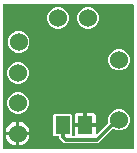
<source format=gbr>
G04 EAGLE Gerber RS-274X export*
G75*
%MOMM*%
%FSLAX34Y34*%
%LPD*%
%INBottom Copper*%
%IPPOS*%
%AMOC8*
5,1,8,0,0,1.08239X$1,22.5*%
G01*
%ADD10R,1.300000X1.500000*%
%ADD11C,1.524000*%
%ADD12C,0.304800*%

G36*
X249686Y97076D02*
X249686Y97076D01*
X249705Y97074D01*
X249807Y97096D01*
X249909Y97112D01*
X249926Y97122D01*
X249946Y97126D01*
X250035Y97179D01*
X250126Y97228D01*
X250140Y97242D01*
X250157Y97252D01*
X250224Y97331D01*
X250296Y97406D01*
X250304Y97424D01*
X250317Y97439D01*
X250356Y97535D01*
X250399Y97629D01*
X250401Y97649D01*
X250409Y97667D01*
X250427Y97834D01*
X250427Y217500D01*
X250423Y217526D01*
X250424Y217575D01*
X250382Y217997D01*
X250375Y218025D01*
X250374Y218053D01*
X250328Y218214D01*
X250004Y218995D01*
X249970Y219051D01*
X249944Y219111D01*
X249892Y219175D01*
X249875Y219204D01*
X249860Y219216D01*
X249839Y219242D01*
X249242Y219839D01*
X249189Y219877D01*
X249142Y219923D01*
X249069Y219964D01*
X249042Y219983D01*
X249023Y219988D01*
X248995Y220004D01*
X248214Y220328D01*
X248186Y220334D01*
X248161Y220347D01*
X247997Y220382D01*
X247575Y220424D01*
X247548Y220422D01*
X247500Y220427D01*
X140334Y220427D01*
X140314Y220424D01*
X140295Y220426D01*
X140193Y220404D01*
X140091Y220388D01*
X140074Y220378D01*
X140054Y220374D01*
X139965Y220321D01*
X139874Y220272D01*
X139860Y220258D01*
X139843Y220248D01*
X139776Y220169D01*
X139704Y220094D01*
X139696Y220076D01*
X139683Y220061D01*
X139644Y219964D01*
X139601Y219871D01*
X139599Y219851D01*
X139591Y219833D01*
X139573Y219666D01*
X139573Y97834D01*
X139576Y97814D01*
X139574Y97795D01*
X139596Y97693D01*
X139612Y97591D01*
X139622Y97574D01*
X139626Y97554D01*
X139679Y97465D01*
X139728Y97374D01*
X139742Y97360D01*
X139752Y97343D01*
X139831Y97276D01*
X139906Y97204D01*
X139924Y97196D01*
X139939Y97183D01*
X140035Y97144D01*
X140129Y97101D01*
X140149Y97099D01*
X140167Y97091D01*
X140334Y97073D01*
X249666Y97073D01*
X249686Y97076D01*
G37*
%LPC*%
G36*
X191068Y102056D02*
X191068Y102056D01*
X186877Y106248D01*
X186877Y107818D01*
X186874Y107838D01*
X186876Y107858D01*
X186854Y107959D01*
X186837Y108061D01*
X186828Y108079D01*
X186824Y108098D01*
X186770Y108187D01*
X186722Y108279D01*
X186708Y108292D01*
X186697Y108309D01*
X186619Y108377D01*
X186544Y108448D01*
X186526Y108456D01*
X186510Y108469D01*
X186414Y108508D01*
X186321Y108552D01*
X186301Y108554D01*
X186282Y108561D01*
X186116Y108580D01*
X182883Y108580D01*
X181990Y109473D01*
X181990Y125736D01*
X182883Y126629D01*
X197146Y126629D01*
X198039Y125736D01*
X198039Y109473D01*
X198020Y109453D01*
X197978Y109395D01*
X197928Y109343D01*
X197907Y109296D01*
X197876Y109254D01*
X197855Y109185D01*
X197825Y109120D01*
X197819Y109068D01*
X197804Y109019D01*
X197806Y108947D01*
X197798Y108876D01*
X197809Y108825D01*
X197810Y108773D01*
X197835Y108706D01*
X197850Y108635D01*
X197877Y108591D01*
X197895Y108542D01*
X197939Y108486D01*
X197976Y108424D01*
X198016Y108390D01*
X198048Y108350D01*
X198109Y108311D01*
X198163Y108264D01*
X198211Y108245D01*
X198255Y108217D01*
X198325Y108199D01*
X198391Y108172D01*
X198463Y108164D01*
X198494Y108157D01*
X198517Y108158D01*
X198558Y108154D01*
X199415Y108154D01*
X199531Y108173D01*
X199650Y108191D01*
X199653Y108193D01*
X199657Y108194D01*
X199762Y108249D01*
X199868Y108304D01*
X199871Y108307D01*
X199875Y108309D01*
X199956Y108394D01*
X200039Y108480D01*
X200041Y108484D01*
X200044Y108487D01*
X200094Y108594D01*
X200146Y108702D01*
X200146Y108706D01*
X200148Y108710D01*
X200161Y108828D01*
X200175Y108946D01*
X200175Y108951D01*
X200175Y108955D01*
X200172Y108968D01*
X200150Y109112D01*
X199974Y109770D01*
X199974Y116081D01*
X208252Y116081D01*
X208272Y116084D01*
X208292Y116082D01*
X208393Y116104D01*
X208495Y116121D01*
X208513Y116130D01*
X208532Y116135D01*
X208621Y116188D01*
X208712Y116236D01*
X208726Y116251D01*
X208743Y116261D01*
X208811Y116339D01*
X208882Y116414D01*
X208890Y116432D01*
X208903Y116448D01*
X208942Y116544D01*
X208985Y116638D01*
X208988Y116657D01*
X208995Y116676D01*
X209014Y116843D01*
X209014Y117605D01*
X209015Y117605D01*
X209015Y116843D01*
X209017Y116832D01*
X209016Y116826D01*
X209018Y116818D01*
X209016Y116803D01*
X209038Y116702D01*
X209055Y116600D01*
X209064Y116582D01*
X209069Y116563D01*
X209122Y116474D01*
X209170Y116382D01*
X209185Y116369D01*
X209195Y116352D01*
X209273Y116284D01*
X209348Y116213D01*
X209367Y116205D01*
X209382Y116192D01*
X209478Y116153D01*
X209572Y116109D01*
X209591Y116107D01*
X209610Y116100D01*
X209777Y116081D01*
X218055Y116081D01*
X218055Y110661D01*
X218067Y110591D01*
X218069Y110519D01*
X218087Y110470D01*
X218095Y110419D01*
X218128Y110355D01*
X218153Y110288D01*
X218186Y110247D01*
X218210Y110201D01*
X218262Y110152D01*
X218307Y110096D01*
X218351Y110068D01*
X218388Y110032D01*
X218453Y110002D01*
X218514Y109963D01*
X218564Y109950D01*
X218611Y109928D01*
X218683Y109920D01*
X218752Y109903D01*
X218804Y109907D01*
X218856Y109901D01*
X218926Y109917D01*
X218997Y109922D01*
X219045Y109942D01*
X219096Y109954D01*
X219158Y109990D01*
X219224Y110018D01*
X219280Y110063D01*
X219307Y110080D01*
X219323Y110097D01*
X219355Y110123D01*
X228446Y119215D01*
X228514Y119309D01*
X228584Y119403D01*
X228586Y119409D01*
X228590Y119414D01*
X228624Y119525D01*
X228660Y119637D01*
X228660Y119643D01*
X228662Y119649D01*
X228659Y119766D01*
X228658Y119883D01*
X228656Y119890D01*
X228656Y119895D01*
X228649Y119913D01*
X228611Y120044D01*
X228470Y120385D01*
X228470Y124023D01*
X229862Y127385D01*
X232434Y129957D01*
X235795Y131349D01*
X239433Y131349D01*
X242795Y129957D01*
X245367Y127385D01*
X246759Y124023D01*
X246759Y120385D01*
X245367Y117024D01*
X242795Y114452D01*
X239433Y113060D01*
X235795Y113060D01*
X232814Y114295D01*
X232700Y114321D01*
X232587Y114350D01*
X232581Y114349D01*
X232574Y114351D01*
X232458Y114340D01*
X232342Y114331D01*
X232336Y114328D01*
X232330Y114328D01*
X232222Y114280D01*
X232115Y114235D01*
X232109Y114230D01*
X232105Y114228D01*
X232091Y114215D01*
X231984Y114130D01*
X219911Y102056D01*
X191068Y102056D01*
G37*
%LPD*%
%LPC*%
G36*
X183936Y198993D02*
X183936Y198993D01*
X180574Y200385D01*
X178002Y202958D01*
X176610Y206319D01*
X176610Y209957D01*
X178002Y213318D01*
X180574Y215890D01*
X183936Y217283D01*
X187574Y217283D01*
X190935Y215890D01*
X193507Y213318D01*
X194899Y209957D01*
X194899Y206319D01*
X193507Y202958D01*
X190935Y200385D01*
X187574Y198993D01*
X183936Y198993D01*
G37*
%LPD*%
%LPC*%
G36*
X209470Y198950D02*
X209470Y198950D01*
X206109Y200342D01*
X203537Y202914D01*
X202145Y206276D01*
X202145Y209914D01*
X203537Y213275D01*
X206109Y215847D01*
X209470Y217239D01*
X213108Y217239D01*
X216469Y215847D01*
X219042Y213275D01*
X220434Y209914D01*
X220434Y206276D01*
X219042Y202914D01*
X216469Y200342D01*
X213108Y198950D01*
X209470Y198950D01*
G37*
%LPD*%
%LPC*%
G36*
X150761Y178582D02*
X150761Y178582D01*
X147400Y179974D01*
X144828Y182546D01*
X143436Y185907D01*
X143436Y189545D01*
X144828Y192906D01*
X147400Y195479D01*
X150761Y196871D01*
X154399Y196871D01*
X157760Y195479D01*
X160333Y192906D01*
X161725Y189545D01*
X161725Y185907D01*
X160333Y182546D01*
X157760Y179974D01*
X154399Y178582D01*
X150761Y178582D01*
G37*
%LPD*%
%LPC*%
G36*
X235795Y163860D02*
X235795Y163860D01*
X232434Y165252D01*
X229862Y167824D01*
X228470Y171185D01*
X228470Y174823D01*
X229862Y178185D01*
X232434Y180757D01*
X235795Y182149D01*
X239433Y182149D01*
X242795Y180757D01*
X245367Y178185D01*
X246759Y174823D01*
X246759Y171185D01*
X245367Y167824D01*
X242795Y165252D01*
X239433Y163860D01*
X235795Y163860D01*
G37*
%LPD*%
%LPC*%
G36*
X150081Y152727D02*
X150081Y152727D01*
X146719Y154119D01*
X144147Y156692D01*
X142755Y160053D01*
X142755Y163691D01*
X144147Y167052D01*
X146719Y169624D01*
X150081Y171016D01*
X153719Y171016D01*
X157080Y169624D01*
X159652Y167052D01*
X161044Y163691D01*
X161044Y160053D01*
X159652Y156692D01*
X157080Y154119D01*
X153719Y152727D01*
X150081Y152727D01*
G37*
%LPD*%
%LPC*%
G36*
X150162Y127195D02*
X150162Y127195D01*
X146801Y128587D01*
X144228Y131159D01*
X142836Y134521D01*
X142836Y138159D01*
X144228Y141520D01*
X146801Y144092D01*
X150162Y145484D01*
X153800Y145484D01*
X157161Y144092D01*
X159733Y141520D01*
X161126Y138159D01*
X161126Y134521D01*
X159733Y131159D01*
X157161Y128587D01*
X153800Y127195D01*
X150162Y127195D01*
G37*
%LPD*%
%LPC*%
G36*
X210538Y119128D02*
X210538Y119128D01*
X210538Y127645D01*
X215849Y127645D01*
X216495Y127472D01*
X217074Y127138D01*
X217548Y126665D01*
X217882Y126085D01*
X218055Y125439D01*
X218055Y119128D01*
X210538Y119128D01*
G37*
%LPD*%
%LPC*%
G36*
X199974Y119128D02*
X199974Y119128D01*
X199974Y125439D01*
X200147Y126085D01*
X200481Y126665D01*
X200954Y127138D01*
X201534Y127472D01*
X202180Y127645D01*
X207491Y127645D01*
X207491Y119128D01*
X199974Y119128D01*
G37*
%LPD*%
%LPC*%
G36*
X153199Y111950D02*
X153199Y111950D01*
X153199Y120473D01*
X154055Y120337D01*
X155577Y119843D01*
X157001Y119117D01*
X158295Y118177D01*
X159426Y117046D01*
X160366Y115752D01*
X161092Y114327D01*
X161587Y112806D01*
X161722Y111950D01*
X153199Y111950D01*
G37*
%LPD*%
%LPC*%
G36*
X141630Y111950D02*
X141630Y111950D01*
X141766Y112806D01*
X142260Y114327D01*
X142986Y115752D01*
X143926Y117046D01*
X145057Y118177D01*
X146351Y119117D01*
X147776Y119843D01*
X149297Y120337D01*
X150153Y120473D01*
X150153Y111950D01*
X141630Y111950D01*
G37*
%LPD*%
%LPC*%
G36*
X153199Y108903D02*
X153199Y108903D01*
X161722Y108903D01*
X161587Y108047D01*
X161092Y106526D01*
X160366Y105101D01*
X159426Y103807D01*
X158295Y102676D01*
X157001Y101736D01*
X155577Y101010D01*
X154055Y100516D01*
X153199Y100380D01*
X153199Y108903D01*
G37*
%LPD*%
%LPC*%
G36*
X149297Y100516D02*
X149297Y100516D01*
X147776Y101010D01*
X146351Y101736D01*
X145057Y102676D01*
X143926Y103807D01*
X142986Y105101D01*
X142260Y106526D01*
X141766Y108047D01*
X141630Y108903D01*
X150153Y108903D01*
X150153Y100380D01*
X149297Y100516D01*
G37*
%LPD*%
%LPC*%
G36*
X151675Y110426D02*
X151675Y110426D01*
X151675Y110427D01*
X151677Y110427D01*
X151677Y110426D01*
X151675Y110426D01*
G37*
%LPD*%
D10*
X209014Y117604D03*
X190014Y117604D03*
D11*
X237614Y122204D03*
X152580Y187726D03*
X151900Y161872D03*
X237614Y173004D03*
X151676Y110426D03*
X211289Y208095D03*
X185755Y208138D03*
X151981Y136340D03*
D12*
X189926Y107511D02*
X192331Y105105D01*
X189926Y117516D02*
X190014Y117604D01*
X189926Y117516D02*
X189926Y107511D01*
X192331Y105105D02*
X218648Y105105D01*
X235748Y122204D02*
X237614Y122204D01*
X235748Y122204D02*
X218648Y105105D01*
M02*

</source>
